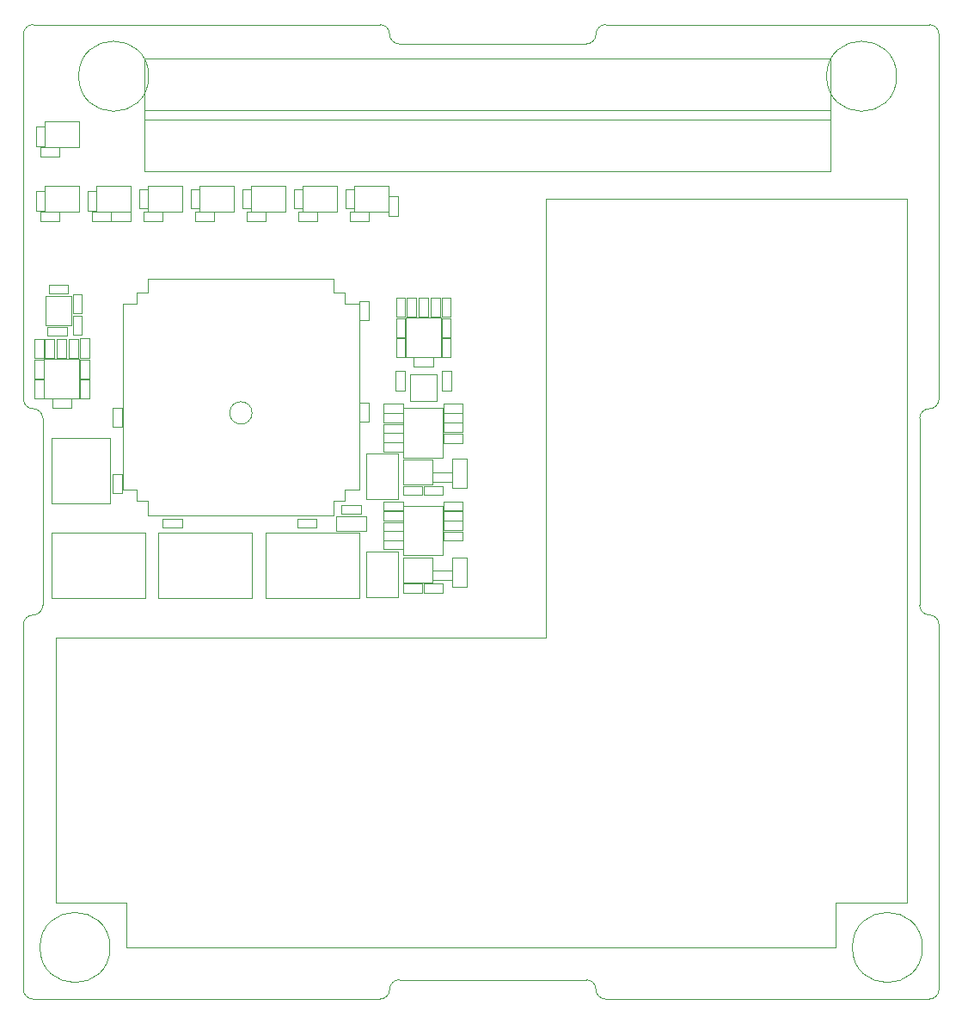
<source format=gbr>
G04 #@! TF.GenerationSoftware,KiCad,Pcbnew,5.1.9*
G04 #@! TF.CreationDate,2021-03-03T13:13:51+01:00*
G04 #@! TF.ProjectId,board_sierra,626f6172-645f-4736-9965-7272612e6b69,v1.1*
G04 #@! TF.SameCoordinates,PX1903cf0PY6c69e80*
G04 #@! TF.FileFunction,Other,User*
%FSLAX46Y46*%
G04 Gerber Fmt 4.6, Leading zero omitted, Abs format (unit mm)*
G04 Created by KiCad (PCBNEW 5.1.9) date 2021-03-03 13:13:51*
%MOMM*%
%LPD*%
G01*
G04 APERTURE LIST*
G04 #@! TA.AperFunction,Profile*
%ADD10C,0.100000*%
G04 #@! TD*
%ADD11C,0.050000*%
G04 APERTURE END LIST*
D10*
X50355500Y88900000D02*
G75*
G03*
X51308000Y89852500I0J952500D01*
G01*
X31940500Y88900000D02*
X50355500Y88900000D01*
X52260500Y90805000D02*
X84137500Y90805000D01*
X30988000Y89852500D02*
G75*
G03*
X30035500Y90805000I-952500J0D01*
G01*
X30988000Y89852500D02*
G75*
G03*
X31940500Y88900000I952500J0D01*
G01*
X-4127500Y90805000D02*
X30035500Y90805000D01*
X52260500Y90805000D02*
G75*
G03*
X51308000Y89852500I0J-952500D01*
G01*
X52260500Y-5080000D02*
X84137500Y-5080000D01*
X31940500Y-3175000D02*
X50355500Y-3175000D01*
X-4127500Y-5080000D02*
X30035500Y-5080000D01*
X52260500Y-5080000D02*
G75*
G02*
X51308000Y-4127500I0J952500D01*
G01*
X50355500Y-3175000D02*
G75*
G02*
X51308000Y-4127500I0J-952500D01*
G01*
X30988000Y-4127500D02*
G75*
G02*
X31940500Y-3175000I952500J0D01*
G01*
X30988000Y-4127500D02*
G75*
G02*
X30035500Y-5080000I-952500J0D01*
G01*
X84137500Y53009800D02*
G75*
G03*
X83185000Y52057300I0J-952500D01*
G01*
X85090000Y89852500D02*
X85090000Y53962300D01*
X83185000Y52057300D02*
X83185000Y33667700D01*
X85090000Y31762700D02*
X85090000Y-4127500D01*
X83185000Y33667700D02*
G75*
G03*
X84137500Y32715200I952500J0D01*
G01*
X85090000Y31762700D02*
G75*
G03*
X84137500Y32715200I-952500J0D01*
G01*
X84137500Y53009800D02*
G75*
G03*
X85090000Y53962300I0J952500D01*
G01*
X85090000Y-4127500D02*
G75*
G02*
X84137500Y-5080000I-952500J0D01*
G01*
X84137500Y90805000D02*
G75*
G02*
X85090000Y89852500I0J-952500D01*
G01*
X-5080000Y31762700D02*
X-5080000Y-4127500D01*
X-5080000Y89852500D02*
X-5080000Y53962300D01*
X-5080000Y89852500D02*
G75*
G02*
X-4127500Y90805000I952500J0D01*
G01*
X-3175000Y52057300D02*
X-3175000Y33667700D01*
X-4127500Y53009800D02*
G75*
G02*
X-5080000Y53962300I0J952500D01*
G01*
X-4127500Y53009800D02*
G75*
G02*
X-3175000Y52057300I0J-952500D01*
G01*
X-3175000Y33667700D02*
G75*
G02*
X-4127500Y32715200I-952500J0D01*
G01*
X-5080000Y31762700D02*
G75*
G02*
X-4127500Y32715200I952500J0D01*
G01*
X-4127500Y-5080000D02*
G75*
G02*
X-5080000Y-4127500I0J952500D01*
G01*
D11*
G04 #@! TO.C,RH1*
X17436000Y52600000D02*
G75*
G03*
X17436000Y52600000I-1100000J0D01*
G01*
G04 #@! TO.C,L1*
X28650000Y40975000D02*
X25750000Y40975000D01*
X25750000Y42425000D02*
X25750000Y40975000D01*
X28650000Y40975000D02*
X28650000Y42425000D01*
X25750000Y42425000D02*
X28650000Y42425000D01*
G04 #@! TO.C,H2*
X6865000Y87430000D02*
X74415000Y87430000D01*
X6865000Y87430000D02*
X6865000Y81480000D01*
X74415000Y81480000D02*
X6865000Y81480000D01*
X74415000Y81480000D02*
X74415000Y87430000D01*
G04 #@! TO.C,H1*
X6865000Y82350000D02*
X74415000Y82350000D01*
X6865000Y82350000D02*
X6865000Y76400000D01*
X74415000Y76400000D02*
X6865000Y76400000D01*
X74415000Y76400000D02*
X74415000Y82350000D01*
G04 #@! TO.C,UA5*
X46355000Y30480000D02*
X46355000Y73660000D01*
X-1905000Y30480000D02*
X46355000Y30480000D01*
X-1905000Y4445000D02*
X-1905000Y30480000D01*
X5080000Y4445000D02*
X-1905000Y4445000D01*
X5080000Y0D02*
X5080000Y4445000D01*
X74930000Y0D02*
X5080000Y0D01*
X74930000Y4445000D02*
X74930000Y0D01*
X81915000Y4445000D02*
X74930000Y4445000D01*
X81915000Y73660000D02*
X81915000Y4445000D01*
X46355000Y73660000D02*
X81915000Y73660000D01*
G04 #@! TO.C,C57*
X28646000Y34423000D02*
X28646000Y38983000D01*
X31806000Y34423000D02*
X28646000Y34423000D01*
X31806000Y38983000D02*
X31806000Y34423000D01*
X28646000Y38983000D02*
X31806000Y38983000D01*
G04 #@! TO.C,C56*
X28646000Y44075000D02*
X28646000Y48635000D01*
X31806000Y44075000D02*
X28646000Y44075000D01*
X31806000Y48635000D02*
X31806000Y44075000D01*
X28646000Y48635000D02*
X31806000Y48635000D01*
G04 #@! TO.C,R53*
X36126000Y56703000D02*
X36126000Y54803000D01*
X36126000Y54803000D02*
X37026000Y54803000D01*
X36126000Y56703000D02*
X37026000Y56703000D01*
X37026000Y56703000D02*
X37026000Y54803000D01*
G04 #@! TO.C,U1*
X25486000Y65808000D02*
X16336000Y65808000D01*
X25486000Y64408000D02*
X25486000Y65808000D01*
X26586000Y64408000D02*
X25486000Y64408000D01*
X26586000Y63308000D02*
X26586000Y64408000D01*
X27986000Y63308000D02*
X26586000Y63308000D01*
X27986000Y54158000D02*
X27986000Y63308000D01*
X25486000Y42508000D02*
X16336000Y42508000D01*
X25486000Y43908000D02*
X25486000Y42508000D01*
X26586000Y43908000D02*
X25486000Y43908000D01*
X26586000Y45008000D02*
X26586000Y43908000D01*
X27986000Y45008000D02*
X26586000Y45008000D01*
X27986000Y54158000D02*
X27986000Y45008000D01*
X7186000Y65808000D02*
X16336000Y65808000D01*
X7186000Y64408000D02*
X7186000Y65808000D01*
X6086000Y64408000D02*
X7186000Y64408000D01*
X6086000Y63308000D02*
X6086000Y64408000D01*
X4686000Y63308000D02*
X6086000Y63308000D01*
X4686000Y54158000D02*
X4686000Y63308000D01*
X7186000Y42508000D02*
X16336000Y42508000D01*
X7186000Y43908000D02*
X7186000Y42508000D01*
X6086000Y43908000D02*
X7186000Y43908000D01*
X6086000Y45008000D02*
X6086000Y43908000D01*
X4686000Y45008000D02*
X6086000Y45008000D01*
X4686000Y54158000D02*
X4686000Y45008000D01*
G04 #@! TO.C,C34*
X6730000Y72360000D02*
X8630000Y72360000D01*
X6730000Y71460000D02*
X6730000Y72360000D01*
X8630000Y71460000D02*
X8630000Y72360000D01*
X6730000Y71460000D02*
X8630000Y71460000D01*
G04 #@! TO.C,C59*
X36110000Y60010000D02*
X36110000Y61910000D01*
X37010000Y60010000D02*
X36110000Y60010000D01*
X37010000Y61910000D02*
X36110000Y61910000D01*
X37010000Y60010000D02*
X37010000Y61910000D01*
G04 #@! TO.C,C68*
X-3110000Y59900000D02*
X-3110000Y58000000D01*
X-4010000Y59900000D02*
X-3110000Y59900000D01*
X-4010000Y58000000D02*
X-3110000Y58000000D01*
X-4010000Y59900000D02*
X-4010000Y58000000D01*
G04 #@! TO.C,C63*
X33360000Y58050000D02*
X35260000Y58050000D01*
X33360000Y57150000D02*
X33360000Y58050000D01*
X35260000Y57150000D02*
X35260000Y58050000D01*
X33360000Y57150000D02*
X35260000Y57150000D01*
G04 #@! TO.C,C62*
X-2260000Y54000000D02*
X-360000Y54000000D01*
X-2260000Y53100000D02*
X-2260000Y54000000D01*
X-360000Y53100000D02*
X-360000Y54000000D01*
X-2260000Y53100000D02*
X-360000Y53100000D01*
G04 #@! TO.C,C66*
X35240000Y46710000D02*
X37140000Y46710000D01*
X35240000Y45810000D02*
X35240000Y46710000D01*
X37140000Y45810000D02*
X37140000Y46710000D01*
X35240000Y45810000D02*
X37140000Y45810000D01*
G04 #@! TO.C,C70*
X38595000Y48120000D02*
X38595000Y45220000D01*
X37145000Y45220000D02*
X38595000Y45220000D01*
X38595000Y48120000D02*
X37145000Y48120000D01*
X37145000Y45220000D02*
X37145000Y48120000D01*
G04 #@! TO.C,C71*
X38595000Y38355000D02*
X38595000Y35455000D01*
X37145000Y35455000D02*
X38595000Y35455000D01*
X38595000Y38355000D02*
X37145000Y38355000D01*
X37145000Y35455000D02*
X37145000Y38355000D01*
G04 #@! TO.C,R70*
X-4010000Y55900000D02*
X-4010000Y54000000D01*
X-4010000Y54000000D02*
X-3110000Y54000000D01*
X-4010000Y55900000D02*
X-3110000Y55900000D01*
X-3110000Y55900000D02*
X-3110000Y54000000D01*
G04 #@! TO.C,R69*
X490000Y55900000D02*
X490000Y54000000D01*
X490000Y54000000D02*
X1390000Y54000000D01*
X490000Y55900000D02*
X1390000Y55900000D01*
X1390000Y55900000D02*
X1390000Y54000000D01*
G04 #@! TO.C,U3*
X32560000Y58110000D02*
X36060000Y58110000D01*
X32560000Y62010000D02*
X32560000Y58110000D01*
X36060000Y62010000D02*
X36060000Y58110000D01*
X32560000Y62010000D02*
X36060000Y62010000D01*
G04 #@! TO.C,M1*
X-2339000Y40842000D02*
X6911000Y40842000D01*
X6911000Y40842000D02*
X6911000Y34342000D01*
X6911000Y34342000D02*
X-2339000Y34342000D01*
X-2339000Y34342000D02*
X-2339000Y40842000D01*
G04 #@! TO.C,M3*
X18743000Y40842000D02*
X27993000Y40842000D01*
X27993000Y40842000D02*
X27993000Y34342000D01*
X27993000Y34342000D02*
X18743000Y34342000D01*
X18743000Y34342000D02*
X18743000Y40842000D01*
G04 #@! TO.C,M2*
X8202000Y40842000D02*
X17452000Y40842000D01*
X17452000Y40842000D02*
X17452000Y34342000D01*
X17452000Y34342000D02*
X8202000Y34342000D01*
X8202000Y34342000D02*
X8202000Y40842000D01*
G04 #@! TO.C,U2*
X-3060000Y54050000D02*
X440000Y54050000D01*
X-3060000Y57950000D02*
X-3060000Y54050000D01*
X440000Y57950000D02*
X440000Y54050000D01*
X-3060000Y57950000D02*
X440000Y57950000D01*
G04 #@! TO.C,EF2*
X36240000Y38580000D02*
X32340000Y38580000D01*
X32340000Y38580000D02*
X32340000Y43480000D01*
X36240000Y43480000D02*
X36240000Y38580000D01*
X32340000Y43480000D02*
X36240000Y43480000D01*
G04 #@! TO.C,MH1*
X7260000Y85725000D02*
G75*
G03*
X7260000Y85725000I-3450000J0D01*
G01*
G04 #@! TO.C,MH4*
X83460000Y0D02*
G75*
G03*
X83460000Y0I-3450000J0D01*
G01*
G04 #@! TO.C,MH3*
X3450000Y0D02*
G75*
G03*
X3450000Y0I-3450000J0D01*
G01*
G04 #@! TO.C,MH2*
X80920000Y85725000D02*
G75*
G03*
X80920000Y85725000I-3450000J0D01*
G01*
G04 #@! TO.C,JC1*
X3435000Y50165000D02*
X3435000Y43655000D01*
X3435000Y43655000D02*
X-2315000Y43655000D01*
X-2315000Y50165000D02*
X3435000Y50165000D01*
X-2315000Y43655000D02*
X-2315000Y50165000D01*
G04 #@! TO.C,C64*
X-860000Y59900000D02*
X-860000Y58000000D01*
X-1760000Y59900000D02*
X-860000Y59900000D01*
X-1760000Y58000000D02*
X-860000Y58000000D01*
X-1760000Y59900000D02*
X-1760000Y58000000D01*
G04 #@! TO.C,C18*
X4630000Y53110000D02*
X4630000Y51210000D01*
X3730000Y53110000D02*
X4630000Y53110000D01*
X3730000Y51210000D02*
X4630000Y51210000D01*
X3730000Y53110000D02*
X3730000Y51210000D01*
G04 #@! TO.C,C5*
X4630000Y46610000D02*
X4630000Y44710000D01*
X3730000Y46610000D02*
X4630000Y46610000D01*
X3730000Y44710000D02*
X4630000Y44710000D01*
X3730000Y46610000D02*
X3730000Y44710000D01*
G04 #@! TO.C,C1*
X21880000Y42190000D02*
X23780000Y42190000D01*
X21880000Y41290000D02*
X21880000Y42190000D01*
X23780000Y41290000D02*
X23780000Y42190000D01*
X21880000Y41290000D02*
X23780000Y41290000D01*
G04 #@! TO.C,R68*
X32290000Y40070000D02*
X30390000Y40070000D01*
X30390000Y40070000D02*
X30390000Y39170000D01*
X32290000Y40070000D02*
X32290000Y39170000D01*
X32290000Y39170000D02*
X30390000Y39170000D01*
G04 #@! TO.C,R15*
X-3870000Y80760000D02*
X-3870000Y78860000D01*
X-3870000Y78860000D02*
X-2970000Y78860000D01*
X-3870000Y80760000D02*
X-2970000Y80760000D01*
X-2970000Y80760000D02*
X-2970000Y78860000D01*
G04 #@! TO.C,C25*
X-3440000Y78710000D02*
X-1540000Y78710000D01*
X-3440000Y77810000D02*
X-3440000Y78710000D01*
X-1540000Y77810000D02*
X-1540000Y78710000D01*
X-3440000Y77810000D02*
X-1540000Y77810000D01*
G04 #@! TO.C,AS6*
X-2970000Y81310000D02*
X-2970000Y78710000D01*
X430000Y81310000D02*
X-2970000Y81310000D01*
X430000Y81310000D02*
X430000Y78710000D01*
X430000Y78710000D02*
X-2970000Y78710000D01*
G04 #@! TO.C,AS12*
X17350000Y74960000D02*
X17350000Y72360000D01*
X20750000Y74960000D02*
X17350000Y74960000D01*
X20750000Y74960000D02*
X20750000Y72360000D01*
X20750000Y72360000D02*
X17350000Y72360000D01*
G04 #@! TO.C,R16*
X26610000Y74610000D02*
X26610000Y72710000D01*
X26610000Y72710000D02*
X27510000Y72710000D01*
X26610000Y74610000D02*
X27510000Y74610000D01*
X27510000Y74610000D02*
X27510000Y72710000D01*
G04 #@! TO.C,R3*
X3540000Y71460000D02*
X5440000Y71460000D01*
X5440000Y71460000D02*
X5440000Y72360000D01*
X3540000Y71460000D02*
X3540000Y72360000D01*
X3540000Y72360000D02*
X5440000Y72360000D01*
G04 #@! TO.C,C3*
X1640000Y72360000D02*
X3540000Y72360000D01*
X1640000Y71460000D02*
X1640000Y72360000D01*
X3540000Y71460000D02*
X3540000Y72360000D01*
X1640000Y71460000D02*
X3540000Y71460000D01*
G04 #@! TO.C,C30*
X21960000Y72360000D02*
X23860000Y72360000D01*
X21960000Y71460000D02*
X21960000Y72360000D01*
X23860000Y71460000D02*
X23860000Y72360000D01*
X21960000Y71460000D02*
X23860000Y71460000D01*
G04 #@! TO.C,AS10*
X7190000Y74960000D02*
X7190000Y72360000D01*
X10590000Y74960000D02*
X7190000Y74960000D01*
X10590000Y74960000D02*
X10590000Y72360000D01*
X10590000Y72360000D02*
X7190000Y72360000D01*
G04 #@! TO.C,R25*
X6290000Y74610000D02*
X6290000Y72710000D01*
X6290000Y72710000D02*
X7190000Y72710000D01*
X6290000Y74610000D02*
X7190000Y74610000D01*
X7190000Y74610000D02*
X7190000Y72710000D01*
G04 #@! TO.C,R48*
X11370000Y74610000D02*
X11370000Y72710000D01*
X11370000Y72710000D02*
X12270000Y72710000D01*
X11370000Y74610000D02*
X12270000Y74610000D01*
X12270000Y74610000D02*
X12270000Y72710000D01*
G04 #@! TO.C,C53*
X11800000Y72360000D02*
X13700000Y72360000D01*
X11800000Y71460000D02*
X11800000Y72360000D01*
X13700000Y71460000D02*
X13700000Y72360000D01*
X11800000Y71460000D02*
X13700000Y71460000D01*
G04 #@! TO.C,R72*
X31610000Y59960000D02*
X31610000Y58060000D01*
X31610000Y58060000D02*
X32510000Y58060000D01*
X31610000Y59960000D02*
X32510000Y59960000D01*
X32510000Y59960000D02*
X32510000Y58060000D01*
G04 #@! TO.C,R71*
X36110000Y59960000D02*
X36110000Y58060000D01*
X36110000Y58060000D02*
X37010000Y58060000D01*
X36110000Y59960000D02*
X37010000Y59960000D01*
X37010000Y59960000D02*
X37010000Y58060000D01*
G04 #@! TO.C,EF1*
X36240000Y48220000D02*
X32340000Y48220000D01*
X32340000Y48220000D02*
X32340000Y53120000D01*
X36240000Y53120000D02*
X36240000Y48220000D01*
X32340000Y53120000D02*
X36240000Y53120000D01*
G04 #@! TO.C,Q2*
X32340000Y48040000D02*
X35240000Y48040000D01*
X35240000Y48040000D02*
X35240000Y45540000D01*
X35240000Y45540000D02*
X32340000Y45540000D01*
X32340000Y45540000D02*
X32340000Y48040000D01*
G04 #@! TO.C,R67*
X32290000Y49700000D02*
X30390000Y49700000D01*
X30390000Y49700000D02*
X30390000Y48800000D01*
X32290000Y49700000D02*
X32290000Y48800000D01*
X32290000Y48800000D02*
X30390000Y48800000D01*
G04 #@! TO.C,R62*
X30390000Y42030000D02*
X32290000Y42030000D01*
X32290000Y42030000D02*
X32290000Y42930000D01*
X30390000Y42030000D02*
X30390000Y42930000D01*
X30390000Y42930000D02*
X32290000Y42930000D01*
G04 #@! TO.C,R60*
X38190000Y43880000D02*
X36290000Y43880000D01*
X36290000Y43880000D02*
X36290000Y42980000D01*
X38190000Y43880000D02*
X38190000Y42980000D01*
X38190000Y42980000D02*
X36290000Y42980000D01*
G04 #@! TO.C,D1*
X670000Y62370000D02*
X670000Y64270000D01*
X670000Y64270000D02*
X-230000Y64270000D01*
X670000Y62370000D02*
X-230000Y62370000D01*
X-230000Y62370000D02*
X-230000Y64270000D01*
G04 #@! TO.C,D3*
X34224000Y35780000D02*
X32324000Y35780000D01*
X32324000Y35780000D02*
X32324000Y34880000D01*
X34224000Y35780000D02*
X34224000Y34880000D01*
X34224000Y34880000D02*
X32324000Y34880000D01*
G04 #@! TO.C,D2*
X34224000Y45420700D02*
X32324000Y45420700D01*
X32324000Y45420700D02*
X32324000Y44520700D01*
X34224000Y45420700D02*
X34224000Y44520700D01*
X34224000Y44520700D02*
X32324000Y44520700D01*
G04 #@! TO.C,C28*
X-2560000Y65220000D02*
X-660000Y65220000D01*
X-2560000Y64320000D02*
X-2560000Y65220000D01*
X-660000Y64320000D02*
X-660000Y65220000D01*
X-2560000Y64320000D02*
X-660000Y64320000D01*
G04 #@! TO.C,C27*
X670000Y62180000D02*
X670000Y60280000D01*
X-230000Y62180000D02*
X670000Y62180000D01*
X-230000Y60280000D02*
X670000Y60280000D01*
X-230000Y62180000D02*
X-230000Y60280000D01*
G04 #@! TO.C,C67*
X35240000Y37080000D02*
X37140000Y37080000D01*
X35240000Y36180000D02*
X35240000Y37080000D01*
X37140000Y36180000D02*
X37140000Y37080000D01*
X35240000Y36180000D02*
X37140000Y36180000D01*
G04 #@! TO.C,C61*
X34356000Y35780000D02*
X36256000Y35780000D01*
X34356000Y34880000D02*
X34356000Y35780000D01*
X36256000Y34880000D02*
X36256000Y35780000D01*
X34356000Y34880000D02*
X36256000Y34880000D01*
G04 #@! TO.C,C60*
X34356000Y45420700D02*
X36256000Y45420700D01*
X34356000Y44520700D02*
X34356000Y45420700D01*
X36256000Y44520700D02*
X36256000Y45420700D01*
X34356000Y44520700D02*
X36256000Y44520700D01*
G04 #@! TO.C,C52*
X32290000Y42980000D02*
X30390000Y42980000D01*
X32290000Y43880000D02*
X32290000Y42980000D01*
X30390000Y43880000D02*
X30390000Y42980000D01*
X32290000Y43880000D02*
X30390000Y43880000D01*
G04 #@! TO.C,C51*
X32290000Y52610000D02*
X30390000Y52610000D01*
X32290000Y53510000D02*
X32290000Y52610000D01*
X30390000Y53510000D02*
X30390000Y52610000D01*
X32290000Y53510000D02*
X30390000Y53510000D01*
G04 #@! TO.C,R80*
X35940000Y62060000D02*
X35940000Y63960000D01*
X35940000Y63960000D02*
X35040000Y63960000D01*
X35940000Y62060000D02*
X35040000Y62060000D01*
X35040000Y62060000D02*
X35040000Y63960000D01*
G04 #@! TO.C,R79*
X320000Y58000000D02*
X320000Y59900000D01*
X320000Y59900000D02*
X-580000Y59900000D01*
X320000Y58000000D02*
X-580000Y58000000D01*
X-580000Y58000000D02*
X-580000Y59900000D01*
G04 #@! TO.C,R78*
X33570000Y62060000D02*
X33570000Y63960000D01*
X33570000Y63960000D02*
X32670000Y63960000D01*
X33570000Y62060000D02*
X32670000Y62060000D01*
X32670000Y62060000D02*
X32670000Y63960000D01*
G04 #@! TO.C,R77*
X-2050000Y58000000D02*
X-2050000Y59900000D01*
X-2050000Y59900000D02*
X-2950000Y59900000D01*
X-2050000Y58000000D02*
X-2950000Y58000000D01*
X-2950000Y58000000D02*
X-2950000Y59900000D01*
G04 #@! TO.C,R74*
X31610000Y61910000D02*
X31610000Y60010000D01*
X31610000Y60010000D02*
X32510000Y60010000D01*
X31610000Y61910000D02*
X32510000Y61910000D01*
X32510000Y61910000D02*
X32510000Y60010000D01*
G04 #@! TO.C,R73*
X-4010000Y57850000D02*
X-4010000Y55950000D01*
X-4010000Y55950000D02*
X-3110000Y55950000D01*
X-4010000Y57850000D02*
X-3110000Y57850000D01*
X-3110000Y57850000D02*
X-3110000Y55950000D01*
G04 #@! TO.C,R22*
X-2690000Y60170000D02*
X-790000Y60170000D01*
X-790000Y60170000D02*
X-790000Y61070000D01*
X-2690000Y60170000D02*
X-2690000Y61070000D01*
X-2690000Y61070000D02*
X-790000Y61070000D01*
G04 #@! TO.C,R33*
X16450000Y74610000D02*
X16450000Y72710000D01*
X16450000Y72710000D02*
X17350000Y72710000D01*
X16450000Y74610000D02*
X17350000Y74610000D01*
X17350000Y74610000D02*
X17350000Y72710000D01*
G04 #@! TO.C,R76*
X31550000Y56703000D02*
X31550000Y54803000D01*
X31550000Y54803000D02*
X32450000Y54803000D01*
X31550000Y56703000D02*
X32450000Y56703000D01*
X32450000Y56703000D02*
X32450000Y54803000D01*
G04 #@! TO.C,R17*
X21530000Y74610000D02*
X21530000Y72710000D01*
X21530000Y72710000D02*
X22430000Y72710000D01*
X21530000Y74610000D02*
X22430000Y74610000D01*
X22430000Y74610000D02*
X22430000Y72710000D01*
G04 #@! TO.C,R1*
X2110000Y72510000D02*
X2110000Y74410000D01*
X2110000Y74410000D02*
X1210000Y74410000D01*
X2110000Y72510000D02*
X1210000Y72510000D01*
X1210000Y72510000D02*
X1210000Y74410000D01*
G04 #@! TO.C,R66*
X32290000Y41870000D02*
X30390000Y41870000D01*
X30390000Y41870000D02*
X30390000Y40970000D01*
X32290000Y41870000D02*
X32290000Y40970000D01*
X32290000Y40970000D02*
X30390000Y40970000D01*
G04 #@! TO.C,R65*
X32290000Y40970000D02*
X30390000Y40970000D01*
X30390000Y40970000D02*
X30390000Y40070000D01*
X32290000Y40970000D02*
X32290000Y40070000D01*
X32290000Y40070000D02*
X30390000Y40070000D01*
G04 #@! TO.C,R64*
X32290000Y51500000D02*
X30390000Y51500000D01*
X30390000Y51500000D02*
X30390000Y50600000D01*
X32290000Y51500000D02*
X32290000Y50600000D01*
X32290000Y50600000D02*
X30390000Y50600000D01*
G04 #@! TO.C,R63*
X32290000Y50600000D02*
X30390000Y50600000D01*
X30390000Y50600000D02*
X30390000Y49700000D01*
X32290000Y50600000D02*
X32290000Y49700000D01*
X32290000Y49700000D02*
X30390000Y49700000D01*
G04 #@! TO.C,R61*
X30390000Y51660000D02*
X32290000Y51660000D01*
X32290000Y51660000D02*
X32290000Y52560000D01*
X30390000Y51660000D02*
X30390000Y52560000D01*
X30390000Y52560000D02*
X32290000Y52560000D01*
G04 #@! TO.C,R59*
X38190000Y53510000D02*
X36290000Y53510000D01*
X36290000Y53510000D02*
X36290000Y52610000D01*
X38190000Y53510000D02*
X38190000Y52610000D01*
X38190000Y52610000D02*
X36290000Y52610000D01*
G04 #@! TO.C,R56*
X36290000Y42030000D02*
X38190000Y42030000D01*
X38190000Y42030000D02*
X38190000Y42930000D01*
X36290000Y42030000D02*
X36290000Y42930000D01*
X36290000Y42930000D02*
X38190000Y42930000D01*
G04 #@! TO.C,R55*
X38190000Y41980000D02*
X36290000Y41980000D01*
X36290000Y41980000D02*
X36290000Y41080000D01*
X38190000Y41980000D02*
X38190000Y41080000D01*
X38190000Y41080000D02*
X36290000Y41080000D01*
G04 #@! TO.C,R54*
X36290000Y40020000D02*
X38190000Y40020000D01*
X38190000Y40020000D02*
X38190000Y40920000D01*
X36290000Y40020000D02*
X36290000Y40920000D01*
X36290000Y40920000D02*
X38190000Y40920000D01*
G04 #@! TO.C,R52*
X36290000Y51660000D02*
X38190000Y51660000D01*
X38190000Y51660000D02*
X38190000Y52560000D01*
X36290000Y51660000D02*
X36290000Y52560000D01*
X36290000Y52560000D02*
X38190000Y52560000D01*
G04 #@! TO.C,R51*
X38190000Y51610000D02*
X36290000Y51610000D01*
X36290000Y51610000D02*
X36290000Y50710000D01*
X38190000Y51610000D02*
X38190000Y50710000D01*
X38190000Y50710000D02*
X36290000Y50710000D01*
G04 #@! TO.C,R50*
X36290000Y49650000D02*
X38190000Y49650000D01*
X38190000Y49650000D02*
X38190000Y50550000D01*
X36290000Y49650000D02*
X36290000Y50550000D01*
X36290000Y50550000D02*
X38190000Y50550000D01*
G04 #@! TO.C,R14*
X-3870000Y74410000D02*
X-3870000Y72510000D01*
X-3870000Y72510000D02*
X-2970000Y72510000D01*
X-3870000Y74410000D02*
X-2970000Y74410000D01*
X-2970000Y74410000D02*
X-2970000Y72510000D01*
G04 #@! TO.C,R19*
X30910000Y73910000D02*
X30910000Y72010000D01*
X30910000Y72010000D02*
X31810000Y72010000D01*
X30910000Y73910000D02*
X31810000Y73910000D01*
X31810000Y73910000D02*
X31810000Y72010000D01*
G04 #@! TO.C,Q1*
X-2860000Y61180000D02*
X-2860000Y64080000D01*
X-2860000Y64080000D02*
X-360000Y64080000D01*
X-360000Y64080000D02*
X-360000Y61180000D01*
X-360000Y61180000D02*
X-2860000Y61180000D01*
G04 #@! TO.C,Q3*
X32340000Y38400000D02*
X35240000Y38400000D01*
X35240000Y38400000D02*
X35240000Y35900000D01*
X35240000Y35900000D02*
X32340000Y35900000D01*
X32340000Y35900000D02*
X32340000Y38400000D01*
G04 #@! TO.C,LG1*
X35590000Y56360000D02*
X35590000Y53760000D01*
X32990000Y53760000D02*
X32990000Y56360000D01*
X32990000Y56360000D02*
X35590000Y56360000D01*
X35590000Y53760000D02*
X32990000Y53760000D01*
G04 #@! TO.C,FB1*
X28150000Y43550000D02*
X26250000Y43550000D01*
X26250000Y43550000D02*
X26250000Y42650000D01*
X28150000Y43550000D02*
X28150000Y42650000D01*
X28150000Y42650000D02*
X26250000Y42650000D01*
G04 #@! TO.C,C73*
X37010000Y63960000D02*
X37010000Y62060000D01*
X36110000Y63960000D02*
X37010000Y63960000D01*
X36110000Y62060000D02*
X37010000Y62060000D01*
X36110000Y63960000D02*
X36110000Y62060000D01*
G04 #@! TO.C,C72*
X1390000Y59910000D02*
X1390000Y58010000D01*
X490000Y59910000D02*
X1390000Y59910000D01*
X490000Y58010000D02*
X1390000Y58010000D01*
X490000Y59910000D02*
X490000Y58010000D01*
G04 #@! TO.C,C69*
X32510000Y63960000D02*
X32510000Y62060000D01*
X31610000Y63960000D02*
X32510000Y63960000D01*
X31610000Y62060000D02*
X32510000Y62060000D01*
X31610000Y63960000D02*
X31610000Y62060000D01*
G04 #@! TO.C,C65*
X33860000Y62060000D02*
X33860000Y63960000D01*
X34760000Y62060000D02*
X33860000Y62060000D01*
X34760000Y63960000D02*
X33860000Y63960000D01*
X34760000Y62060000D02*
X34760000Y63960000D01*
G04 #@! TO.C,C58*
X490000Y55950000D02*
X490000Y57850000D01*
X1390000Y55950000D02*
X490000Y55950000D01*
X1390000Y57850000D02*
X490000Y57850000D01*
X1390000Y55950000D02*
X1390000Y57850000D01*
G04 #@! TO.C,C47*
X16890000Y72360000D02*
X18790000Y72360000D01*
X16890000Y71460000D02*
X16890000Y72360000D01*
X18790000Y71460000D02*
X18790000Y72360000D01*
X16890000Y71460000D02*
X18790000Y71460000D01*
G04 #@! TO.C,C24*
X-3440000Y72360000D02*
X-1540000Y72360000D01*
X-3440000Y71460000D02*
X-3440000Y72360000D01*
X-1540000Y71460000D02*
X-1540000Y72360000D01*
X-3440000Y71460000D02*
X-1540000Y71460000D01*
G04 #@! TO.C,C29*
X27050000Y72360000D02*
X28950000Y72360000D01*
X27050000Y71460000D02*
X27050000Y72360000D01*
X28950000Y71460000D02*
X28950000Y72360000D01*
X27050000Y71460000D02*
X28950000Y71460000D01*
G04 #@! TO.C,C14*
X8640000Y42190000D02*
X10540000Y42190000D01*
X8640000Y41290000D02*
X8640000Y42190000D01*
X10540000Y41290000D02*
X10540000Y42190000D01*
X8640000Y41290000D02*
X10540000Y41290000D01*
G04 #@! TO.C,C11*
X28030000Y51710000D02*
X28030000Y53610000D01*
X28930000Y51710000D02*
X28030000Y51710000D01*
X28930000Y53610000D02*
X28030000Y53610000D01*
X28930000Y51710000D02*
X28930000Y53610000D01*
G04 #@! TO.C,C9*
X28040000Y61710000D02*
X28040000Y63610000D01*
X28940000Y61710000D02*
X28040000Y61710000D01*
X28940000Y63610000D02*
X28040000Y63610000D01*
X28940000Y61710000D02*
X28940000Y63610000D01*
G04 #@! TO.C,AS8*
X22430000Y74960000D02*
X22430000Y72360000D01*
X25830000Y74960000D02*
X22430000Y74960000D01*
X25830000Y74960000D02*
X25830000Y72360000D01*
X25830000Y72360000D02*
X22430000Y72360000D01*
G04 #@! TO.C,AS1*
X2110000Y74960000D02*
X2110000Y72360000D01*
X5510000Y74960000D02*
X2110000Y74960000D01*
X5510000Y74960000D02*
X5510000Y72360000D01*
X5510000Y72360000D02*
X2110000Y72360000D01*
G04 #@! TO.C,AS14*
X12270000Y74960000D02*
X12270000Y72360000D01*
X15670000Y74960000D02*
X12270000Y74960000D01*
X15670000Y74960000D02*
X15670000Y72360000D01*
X15670000Y72360000D02*
X12270000Y72360000D01*
G04 #@! TO.C,AS5*
X-2970000Y74960000D02*
X-2970000Y72360000D01*
X430000Y74960000D02*
X-2970000Y74960000D01*
X430000Y74960000D02*
X430000Y72360000D01*
X430000Y72360000D02*
X-2970000Y72360000D01*
G04 #@! TO.C,AS7*
X27510000Y74960000D02*
X27510000Y72360000D01*
X30910000Y74960000D02*
X27510000Y74960000D01*
X30910000Y74960000D02*
X30910000Y72360000D01*
X30910000Y72360000D02*
X27510000Y72360000D01*
G04 #@! TD*
M02*

</source>
